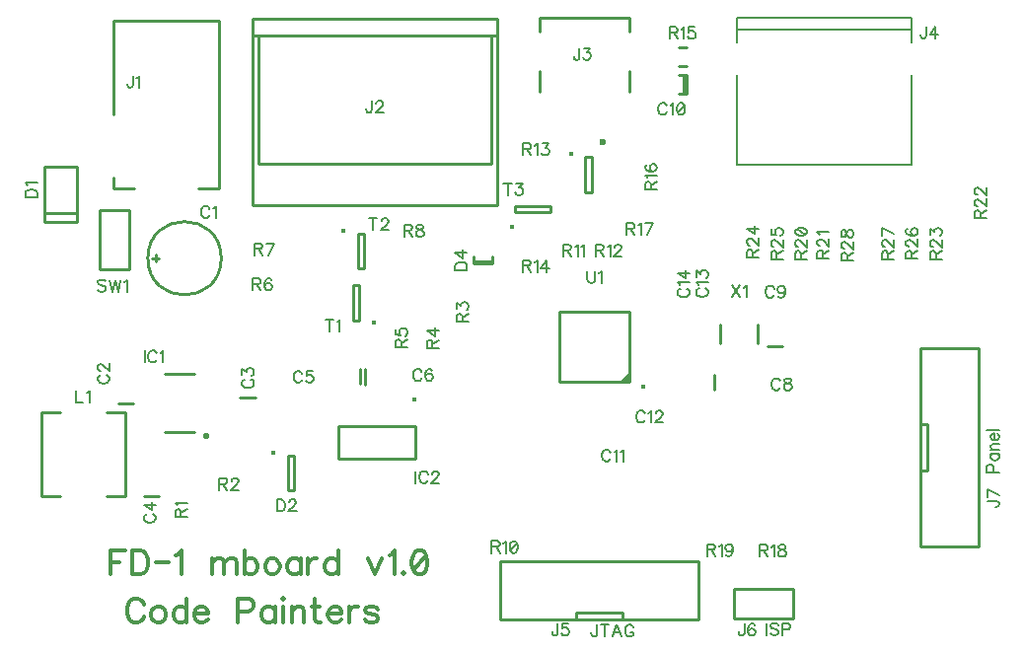
<source format=gbr>
G04 DipTrace 2.4.0.1*
%INmainboard_TopSilk.gbr*%
%MOIN*%
%ADD10C,0.0098*%
%ADD29C,0.0236*%
%ADD40C,0.0154*%
%ADD45C,0.0213*%
%ADD56C,0.0079*%
%ADD66C,0.0158*%
%ADD147C,0.0062*%
%ADD148C,0.0124*%
%FSLAX44Y44*%
G04*
G70*
G90*
G75*
G01*
%LNTopSilk*%
%LPD*%
X10795Y16813D2*
D10*
G02X10795Y16813I-1240J0D01*
G01*
X8570Y16695D2*
Y16931D1*
X8452Y16813D2*
X8689D1*
X7819Y11899D2*
X7307D1*
X11431Y12101D2*
X11943D1*
X8693Y8773D2*
X8181D1*
X15476Y13068D2*
Y12556D1*
X15649Y12555D2*
Y13067D1*
X27461Y12369D2*
Y12880D1*
X29755Y13836D2*
X29244D1*
X26429Y23002D2*
Y22372D1*
X26504Y23002D2*
Y22372D1*
Y23002D2*
X26268D1*
X26504Y22372D2*
X26268D1*
X5926Y18042D2*
X4823D1*
Y18063D2*
Y19914D1*
X5926Y18341D2*
X4823D1*
X5926Y19914D2*
X4823D1*
X5926Y18063D2*
Y19914D1*
D40*
X12541Y10246D3*
X13042Y10154D2*
D10*
Y8973D1*
X13239D1*
Y10154D1*
X13042D1*
X19323Y16633D2*
Y16869D1*
X19952Y16633D2*
Y16869D1*
Y16707D2*
X19323D1*
X19952Y16633D2*
X19323D1*
X23084Y20232D2*
Y19051D1*
X23320D1*
Y20232D1*
X23084D1*
D40*
X22622Y20324D3*
X8894Y10951D2*
D10*
X9894D1*
X8894Y12919D2*
X9894D1*
D45*
X10287Y10793D3*
D40*
X17334Y12036D3*
X17344Y11144D2*
D10*
X14746D1*
X17344Y10041D2*
X14746D1*
Y11144D2*
Y10041D1*
X17344Y11144D2*
Y10041D1*
X7165Y21681D2*
Y24831D1*
X10709D1*
Y19161D1*
X10020D1*
X7854D2*
X7165D1*
Y19555D1*
X20118Y24921D2*
X11850D1*
X20118D2*
Y18622D1*
X11850D1*
Y24921D1*
X19921Y24331D2*
Y20000D1*
X12047D1*
Y24331D1*
X20118D2*
X11850D1*
X34409Y13771D2*
X36377D1*
Y7078D1*
X34409D1*
Y13771D1*
Y11212D2*
X34645D1*
Y9638D1*
X34409D2*
X34645D1*
X34113Y19961D2*
D56*
X28208D1*
X34113Y24941D2*
X28208D1*
X34113Y24094D2*
Y24941D1*
X28208Y24094D2*
Y24941D1*
X34113Y24547D2*
X28208D1*
Y19961D2*
Y23012D1*
X34113Y19961D2*
Y23012D1*
X20230Y4597D2*
D10*
X26923D1*
Y6565D1*
X20230D1*
Y4597D1*
X22789D2*
Y4833D1*
X24363D1*
Y4597D2*
Y4833D1*
X28127Y4625D2*
X30127D1*
Y5625D1*
X28127D1*
Y4625D1*
X24573Y23129D2*
Y22442D1*
X21541Y23129D2*
Y22442D1*
X24573Y24459D2*
Y24955D1*
X21541D1*
Y24459D1*
D29*
X23687Y20739D3*
X6912Y11594D2*
D10*
X7542D1*
Y8760D2*
X6912D1*
X7542Y11594D2*
Y8760D1*
X5337Y11594D2*
X4707D1*
X5337Y8760D2*
X4707D1*
Y11594D2*
Y8760D1*
X26504Y23939D2*
X26268D1*
X26504Y23310D2*
X26268D1*
X6687Y18437D2*
X7687D1*
Y16437D1*
X6687D1*
Y18437D1*
D40*
X15959Y14629D3*
X15458Y14721D2*
D10*
Y15902D1*
X15261D1*
Y14721D1*
X15458D1*
D40*
X14915Y17745D3*
X15416Y17653D2*
D10*
Y16472D1*
X15613D1*
Y17653D1*
X15416D1*
D40*
X20630Y17884D3*
X20722Y18386D2*
D10*
X21904D1*
Y18583D1*
X20722D1*
Y18386D1*
X24590Y12651D2*
X22227D1*
Y15013D1*
X24590D1*
Y12651D1*
G36*
D2*
Y12966D1*
X24275Y12651D1*
X24590D1*
G37*
D66*
X25062Y12474D3*
X28927Y13937D2*
D10*
Y14562D1*
X27667D2*
Y13937D1*
X10401Y18481D2*
D147*
X10382Y18519D1*
X10344Y18558D1*
X10306Y18577D1*
X10229D1*
X10191Y18558D1*
X10153Y18519D1*
X10133Y18481D1*
X10114Y18424D1*
Y18328D1*
X10133Y18271D1*
X10153Y18232D1*
X10191Y18194D1*
X10229Y18175D1*
X10306D1*
X10344Y18194D1*
X10382Y18232D1*
X10401Y18271D1*
X10525Y18500D2*
X10563Y18519D1*
X10620Y18576D1*
Y18175D1*
X6715Y12868D2*
X6677Y12849D1*
X6638Y12811D1*
X6619Y12773D1*
Y12696D1*
X6638Y12658D1*
X6677Y12620D1*
X6715Y12600D1*
X6772Y12581D1*
X6868D1*
X6925Y12600D1*
X6964Y12620D1*
X7002Y12658D1*
X7021Y12696D1*
Y12773D1*
X7002Y12811D1*
X6964Y12849D1*
X6925Y12868D1*
X6715Y13011D2*
X6696D1*
X6658Y13030D1*
X6639Y13049D1*
X6620Y13088D1*
Y13164D1*
X6639Y13202D1*
X6658Y13221D1*
X6696Y13241D1*
X6734D1*
X6773Y13221D1*
X6830Y13183D1*
X7021Y12992D1*
Y13260D1*
X11589Y12715D2*
X11551Y12696D1*
X11513Y12657D1*
X11494Y12619D1*
Y12543D1*
X11513Y12504D1*
X11551Y12466D1*
X11589Y12447D1*
X11647Y12428D1*
X11742D1*
X11799Y12447D1*
X11838Y12466D1*
X11876Y12504D1*
X11895Y12543D1*
Y12619D1*
X11876Y12657D1*
X11838Y12696D1*
X11799Y12715D1*
X11494Y12877D2*
Y13087D1*
X11647Y12972D1*
Y13030D1*
X11666Y13068D1*
X11685Y13087D1*
X11742Y13106D1*
X11780D1*
X11838Y13087D1*
X11876Y13049D1*
X11895Y12991D1*
Y12934D1*
X11876Y12877D1*
X11857Y12858D1*
X11819Y12838D1*
X8277Y8170D2*
X8238Y8151D1*
X8200Y8113D1*
X8181Y8075D1*
Y7998D1*
X8200Y7960D1*
X8238Y7922D1*
X8277Y7902D1*
X8334Y7883D1*
X8430D1*
X8487Y7902D1*
X8525Y7922D1*
X8563Y7960D1*
X8583Y7998D1*
Y8075D1*
X8563Y8113D1*
X8525Y8151D1*
X8487Y8170D1*
X8583Y8485D2*
X8181D1*
X8449Y8294D1*
Y8581D1*
X13527Y12910D2*
X13508Y12948D1*
X13469Y12986D1*
X13431Y13005D1*
X13355D1*
X13316Y12986D1*
X13278Y12948D1*
X13259Y12910D1*
X13240Y12853D1*
Y12757D1*
X13259Y12700D1*
X13278Y12661D1*
X13316Y12623D1*
X13355Y12604D1*
X13431D1*
X13469Y12623D1*
X13508Y12661D1*
X13527Y12700D1*
X13880Y13005D2*
X13689D1*
X13670Y12833D1*
X13689Y12852D1*
X13746Y12872D1*
X13803D1*
X13861Y12852D1*
X13899Y12814D1*
X13918Y12757D1*
Y12719D1*
X13899Y12661D1*
X13861Y12623D1*
X13803Y12604D1*
X13746D1*
X13689Y12623D1*
X13670Y12642D1*
X13650Y12680D1*
X17566Y12972D2*
X17547Y13010D1*
X17508Y13048D1*
X17470Y13067D1*
X17394D1*
X17355Y13048D1*
X17317Y13010D1*
X17298Y12972D1*
X17279Y12914D1*
Y12818D1*
X17298Y12761D1*
X17317Y12723D1*
X17355Y12685D1*
X17394Y12665D1*
X17470D1*
X17508Y12685D1*
X17547Y12723D1*
X17566Y12761D1*
X17919Y13010D2*
X17900Y13048D1*
X17842Y13067D1*
X17804D1*
X17747Y13048D1*
X17708Y12990D1*
X17689Y12895D1*
Y12799D1*
X17708Y12723D1*
X17747Y12684D1*
X17804Y12665D1*
X17823D1*
X17880Y12684D1*
X17919Y12723D1*
X17938Y12780D1*
Y12799D1*
X17919Y12857D1*
X17880Y12895D1*
X17823Y12914D1*
X17804D1*
X17747Y12895D1*
X17708Y12857D1*
X17689Y12799D1*
X29680Y12660D2*
X29661Y12698D1*
X29623Y12736D1*
X29585Y12755D1*
X29508D1*
X29470Y12736D1*
X29432Y12698D1*
X29412Y12660D1*
X29393Y12603D1*
Y12507D1*
X29412Y12450D1*
X29432Y12411D1*
X29470Y12373D1*
X29508Y12354D1*
X29585D1*
X29623Y12373D1*
X29661Y12411D1*
X29680Y12450D1*
X29899Y12755D2*
X29842Y12736D1*
X29823Y12698D1*
Y12660D1*
X29842Y12622D1*
X29880Y12602D1*
X29957Y12583D1*
X30014Y12564D1*
X30052Y12526D1*
X30071Y12488D1*
Y12430D1*
X30052Y12392D1*
X30033Y12373D1*
X29976Y12354D1*
X29899D1*
X29842Y12373D1*
X29823Y12392D1*
X29804Y12430D1*
Y12488D1*
X29823Y12526D1*
X29861Y12564D1*
X29918Y12583D1*
X29995Y12602D1*
X30033Y12622D1*
X30052Y12660D1*
Y12698D1*
X30033Y12736D1*
X29976Y12755D1*
X29899D1*
X29474Y15785D2*
X29455Y15823D1*
X29417Y15862D1*
X29379Y15881D1*
X29302D1*
X29264Y15862D1*
X29226Y15823D1*
X29206Y15785D1*
X29187Y15728D1*
Y15632D1*
X29206Y15575D1*
X29226Y15536D1*
X29264Y15498D1*
X29302Y15479D1*
X29379D1*
X29417Y15498D1*
X29455Y15536D1*
X29474Y15575D1*
X29846Y15747D2*
X29827Y15689D1*
X29789Y15651D1*
X29732Y15632D1*
X29712D1*
X29655Y15651D1*
X29617Y15689D1*
X29598Y15747D1*
Y15766D1*
X29617Y15823D1*
X29655Y15861D1*
X29712Y15880D1*
X29732D1*
X29789Y15861D1*
X29827Y15823D1*
X29846Y15747D1*
Y15651D1*
X29827Y15555D1*
X29789Y15498D1*
X29732Y15479D1*
X29693D1*
X29636Y15498D1*
X29617Y15536D1*
X25849Y21969D2*
X25830Y22007D1*
X25791Y22045D1*
X25753Y22064D1*
X25677D1*
X25638Y22045D1*
X25600Y22007D1*
X25581Y21969D1*
X25562Y21911D1*
Y21816D1*
X25581Y21758D1*
X25600Y21720D1*
X25638Y21682D1*
X25677Y21663D1*
X25753D1*
X25791Y21682D1*
X25830Y21720D1*
X25849Y21758D1*
X25972Y21988D2*
X26011Y22007D1*
X26068Y22064D1*
Y21663D1*
X26307Y22064D2*
X26249Y22045D1*
X26211Y21988D1*
X26192Y21892D1*
Y21835D1*
X26211Y21739D1*
X26249Y21682D1*
X26307Y21663D1*
X26345D1*
X26402Y21682D1*
X26440Y21739D1*
X26460Y21835D1*
Y21892D1*
X26440Y21988D1*
X26402Y22045D1*
X26345Y22064D1*
X26307D1*
X26440Y21988D2*
X26211Y21739D1*
X23948Y10250D2*
X23929Y10288D1*
X23890Y10326D1*
X23852Y10345D1*
X23776D1*
X23737Y10326D1*
X23699Y10288D1*
X23680Y10250D1*
X23661Y10192D1*
Y10096D1*
X23680Y10039D1*
X23699Y10001D1*
X23737Y9963D1*
X23776Y9943D1*
X23852D1*
X23890Y9963D1*
X23929Y10001D1*
X23948Y10039D1*
X24071Y10268D2*
X24110Y10288D1*
X24167Y10345D1*
Y9943D1*
X24291Y10268D2*
X24329Y10288D1*
X24387Y10345D1*
Y9943D1*
X25112Y11562D2*
X25093Y11600D1*
X25054Y11639D1*
X25016Y11658D1*
X24940D1*
X24901Y11639D1*
X24863Y11600D1*
X24844Y11562D1*
X24825Y11505D1*
Y11409D1*
X24844Y11352D1*
X24863Y11313D1*
X24901Y11275D1*
X24940Y11256D1*
X25016D1*
X25054Y11275D1*
X25093Y11313D1*
X25112Y11352D1*
X25235Y11581D2*
X25274Y11600D1*
X25331Y11657D1*
Y11256D1*
X25474Y11562D2*
Y11581D1*
X25493Y11619D1*
X25512Y11638D1*
X25551Y11657D1*
X25627D1*
X25665Y11638D1*
X25684Y11619D1*
X25704Y11581D1*
Y11543D1*
X25684Y11504D1*
X25646Y11447D1*
X25455Y11256D1*
X25723D1*
X26940Y15798D2*
X26902Y15779D1*
X26863Y15741D1*
X26844Y15703D1*
Y15626D1*
X26863Y15588D1*
X26902Y15550D1*
X26940Y15530D1*
X26997Y15511D1*
X27093D1*
X27150Y15530D1*
X27189Y15550D1*
X27227Y15588D1*
X27246Y15626D1*
Y15703D1*
X27227Y15741D1*
X27189Y15779D1*
X27150Y15798D1*
X26921Y15922D2*
X26902Y15960D1*
X26845Y16018D1*
X27246D1*
X26845Y16180D2*
Y16390D1*
X26998Y16275D1*
Y16333D1*
X27017Y16371D1*
X27036Y16390D1*
X27093Y16409D1*
X27131D1*
X27189Y16390D1*
X27227Y16352D1*
X27246Y16294D1*
Y16237D1*
X27227Y16180D1*
X27208Y16161D1*
X27170Y16141D1*
X26312Y15788D2*
X26274Y15769D1*
X26236Y15730D1*
X26217Y15692D1*
Y15616D1*
X26236Y15577D1*
X26274Y15539D1*
X26312Y15520D1*
X26370Y15501D1*
X26466D1*
X26523Y15520D1*
X26561Y15539D1*
X26599Y15577D1*
X26619Y15616D1*
Y15692D1*
X26599Y15730D1*
X26561Y15769D1*
X26523Y15788D1*
X26294Y15911D2*
X26274Y15950D1*
X26217Y16007D1*
X26619D1*
Y16322D2*
X26217D1*
X26485Y16131D1*
Y16418D1*
X4175Y18870D2*
X4577D1*
Y19004D1*
X4558Y19061D1*
X4520Y19100D1*
X4481Y19119D1*
X4424Y19138D1*
X4328D1*
X4271Y19119D1*
X4233Y19100D1*
X4194Y19061D1*
X4175Y19004D1*
Y18870D1*
X4252Y19261D2*
X4233Y19300D1*
X4176Y19357D1*
X4577D1*
X12677Y8659D2*
Y8257D1*
X12811D1*
X12869Y8276D1*
X12907Y8314D1*
X12926Y8353D1*
X12945Y8410D1*
Y8506D1*
X12926Y8563D1*
X12907Y8601D1*
X12869Y8640D1*
X12811Y8659D1*
X12677D1*
X13088Y8563D2*
Y8582D1*
X13107Y8620D1*
X13126Y8639D1*
X13165Y8658D1*
X13241D1*
X13279Y8639D1*
X13298Y8620D1*
X13318Y8582D1*
Y8544D1*
X13298Y8505D1*
X13260Y8448D1*
X13069Y8257D1*
X13337D1*
X18697Y16412D2*
X19099D1*
Y16546D1*
X19080Y16603D1*
X19042Y16642D1*
X19003Y16661D1*
X18946Y16680D1*
X18850D1*
X18793Y16661D1*
X18755Y16642D1*
X18716Y16603D1*
X18697Y16546D1*
Y16412D1*
X19099Y16995D2*
X18698D1*
X18965Y16803D1*
Y17090D1*
X8204Y13693D2*
Y13291D1*
X8614Y13597D2*
X8595Y13635D1*
X8557Y13674D1*
X8519Y13693D1*
X8442D1*
X8404Y13674D1*
X8366Y13635D1*
X8346Y13597D1*
X8327Y13540D1*
Y13444D1*
X8346Y13387D1*
X8366Y13348D1*
X8404Y13310D1*
X8442Y13291D1*
X8519D1*
X8557Y13310D1*
X8595Y13348D1*
X8614Y13387D1*
X8738Y13616D2*
X8776Y13635D1*
X8834Y13692D1*
Y13291D1*
X17365Y9618D2*
Y9216D1*
X17776Y9522D2*
X17757Y9560D1*
X17718Y9599D1*
X17680Y9618D1*
X17604D1*
X17565Y9599D1*
X17527Y9560D1*
X17508Y9522D1*
X17489Y9465D1*
Y9369D1*
X17508Y9312D1*
X17527Y9273D1*
X17565Y9235D1*
X17604Y9216D1*
X17680D1*
X17718Y9235D1*
X17757Y9273D1*
X17776Y9312D1*
X17919Y9522D2*
Y9541D1*
X17938Y9579D1*
X17957Y9598D1*
X17995Y9617D1*
X18072D1*
X18110Y9598D1*
X18129Y9579D1*
X18148Y9541D1*
Y9503D1*
X18129Y9465D1*
X18091Y9407D1*
X17899Y9216D1*
X18167D1*
X7812Y22979D2*
Y22673D1*
X7793Y22615D1*
X7773Y22596D1*
X7735Y22577D1*
X7697D1*
X7659Y22596D1*
X7640Y22615D1*
X7620Y22673D1*
Y22711D1*
X7935Y22902D2*
X7974Y22921D1*
X8031Y22978D1*
Y22577D1*
X15884Y22131D2*
Y21825D1*
X15865Y21768D1*
X15846Y21749D1*
X15808Y21729D1*
X15769D1*
X15731Y21749D1*
X15712Y21768D1*
X15693Y21825D1*
Y21863D1*
X16027Y22035D2*
Y22054D1*
X16046Y22093D1*
X16065Y22112D1*
X16104Y22131D1*
X16180D1*
X16218Y22112D1*
X16237Y22093D1*
X16257Y22054D1*
Y22016D1*
X16237Y21978D1*
X16199Y21921D1*
X16008Y21729D1*
X16276D1*
X36683Y8608D2*
X36989D1*
X37046Y8589D1*
X37065Y8570D1*
X37085Y8532D1*
Y8493D1*
X37065Y8455D1*
X37046Y8436D1*
X36989Y8417D1*
X36951D1*
X37085Y8808D2*
X36683Y9000D1*
Y8732D1*
X36879Y9584D2*
Y9756D1*
X36860Y9813D1*
X36840Y9833D1*
X36802Y9852D1*
X36745D1*
X36707Y9833D1*
X36687Y9813D1*
X36668Y9756D1*
Y9584D1*
X37070D1*
X36802Y10205D2*
X37070D1*
X36860D2*
X36821Y10167D1*
X36802Y10128D1*
Y10071D1*
X36821Y10033D1*
X36860Y9995D1*
X36917Y9975D1*
X36955D1*
X37013Y9995D1*
X37051Y10033D1*
X37070Y10071D1*
Y10128D1*
X37051Y10167D1*
X37013Y10205D1*
X36802Y10328D2*
X37070D1*
X36879D2*
X36821Y10386D1*
X36802Y10424D1*
Y10481D1*
X36821Y10520D1*
X36879Y10539D1*
X37070D1*
X36917Y10662D2*
Y10892D1*
X36879D1*
X36840Y10873D1*
X36821Y10854D1*
X36802Y10815D1*
Y10758D1*
X36821Y10720D1*
X36860Y10681D1*
X36917Y10662D1*
X36955D1*
X37013Y10681D1*
X37051Y10720D1*
X37070Y10758D1*
Y10815D1*
X37051Y10854D1*
X37013Y10892D1*
X36668Y11015D2*
X37070D1*
X34614Y24652D2*
Y24346D1*
X34595Y24288D1*
X34575Y24269D1*
X34537Y24250D1*
X34499D1*
X34461Y24269D1*
X34442Y24288D1*
X34422Y24346D1*
Y24384D1*
X34929Y24250D2*
Y24651D1*
X34737Y24384D1*
X35024D1*
X22164Y4463D2*
Y4157D1*
X22145Y4100D1*
X22125Y4081D1*
X22087Y4061D1*
X22049D1*
X22011Y4081D1*
X21992Y4100D1*
X21972Y4157D1*
Y4195D1*
X22517Y4463D2*
X22326D1*
X22307Y4291D1*
X22326Y4310D1*
X22383Y4329D1*
X22440D1*
X22498Y4310D1*
X22536Y4272D1*
X22555Y4214D1*
Y4176D1*
X22536Y4119D1*
X22498Y4080D1*
X22440Y4061D1*
X22383D1*
X22326Y4080D1*
X22307Y4100D1*
X22287Y4138D1*
X23494Y4431D2*
Y4125D1*
X23475Y4067D1*
X23455Y4048D1*
X23417Y4029D1*
X23379D1*
X23341Y4048D1*
X23322Y4067D1*
X23302Y4125D1*
Y4163D1*
X23751Y4431D2*
Y4029D1*
X23617Y4431D2*
X23885D1*
X24315Y4029D2*
X24162Y4431D1*
X24009Y4029D1*
X24066Y4163D2*
X24257D1*
X24725Y4335D2*
X24706Y4373D1*
X24668Y4412D1*
X24630Y4431D1*
X24553D1*
X24515Y4412D1*
X24477Y4373D1*
X24457Y4335D1*
X24438Y4278D1*
Y4182D1*
X24457Y4125D1*
X24477Y4086D1*
X24515Y4048D1*
X24553Y4029D1*
X24630D1*
X24668Y4048D1*
X24706Y4086D1*
X24725Y4125D1*
Y4182D1*
X24630D1*
X28474Y4460D2*
Y4154D1*
X28455Y4097D1*
X28436Y4078D1*
X28398Y4058D1*
X28359D1*
X28321Y4078D1*
X28302Y4097D1*
X28283Y4154D1*
Y4192D1*
X28827Y4403D2*
X28808Y4441D1*
X28751Y4460D1*
X28713D1*
X28655Y4441D1*
X28617Y4383D1*
X28598Y4288D1*
Y4192D1*
X28617Y4116D1*
X28655Y4077D1*
X28713Y4058D1*
X28732D1*
X28789Y4077D1*
X28827Y4116D1*
X28846Y4173D1*
Y4192D1*
X28827Y4250D1*
X28789Y4288D1*
X28732Y4307D1*
X28713D1*
X28655Y4288D1*
X28617Y4250D1*
X28598Y4192D1*
X29236Y4475D2*
Y4073D1*
X29627Y4417D2*
X29589Y4456D1*
X29532Y4475D1*
X29455D1*
X29398Y4456D1*
X29359Y4417D1*
Y4379D1*
X29379Y4341D1*
X29398Y4322D1*
X29436Y4303D1*
X29551Y4264D1*
X29589Y4245D1*
X29608Y4226D1*
X29627Y4188D1*
Y4130D1*
X29589Y4092D1*
X29532Y4073D1*
X29455D1*
X29398Y4092D1*
X29359Y4130D1*
X29751Y4264D2*
X29923D1*
X29980Y4283D1*
X30000Y4303D1*
X30019Y4341D1*
Y4398D1*
X30000Y4436D1*
X29980Y4456D1*
X29923Y4475D1*
X29751D1*
Y4073D1*
X22895Y23916D2*
Y23610D1*
X22876Y23552D1*
X22856Y23533D1*
X22818Y23514D1*
X22780D1*
X22742Y23533D1*
X22723Y23552D1*
X22703Y23610D1*
Y23648D1*
X23057Y23915D2*
X23267D1*
X23152Y23762D1*
X23210D1*
X23248Y23743D1*
X23267Y23724D1*
X23286Y23667D1*
Y23629D1*
X23267Y23571D1*
X23229Y23533D1*
X23171Y23514D1*
X23114D1*
X23057Y23533D1*
X23038Y23552D1*
X23018Y23590D1*
X5900Y12338D2*
Y11936D1*
X6130D1*
X6253Y12261D2*
X6291Y12280D1*
X6349Y12337D1*
Y11936D1*
X9435Y8067D2*
Y8239D1*
X9416Y8297D1*
X9397Y8316D1*
X9358Y8335D1*
X9320D1*
X9282Y8316D1*
X9263Y8297D1*
X9244Y8239D1*
Y8067D1*
X9645D1*
X9435Y8201D2*
X9645Y8335D1*
X9320Y8459D2*
X9301Y8497D1*
X9244Y8555D1*
X9645D1*
X10731Y9189D2*
X10903D1*
X10961Y9208D1*
X10980Y9227D1*
X10999Y9265D1*
Y9304D1*
X10980Y9342D1*
X10961Y9361D1*
X10903Y9380D1*
X10731D1*
Y8978D1*
X10865Y9189D2*
X10999Y8978D1*
X11142Y9284D2*
Y9303D1*
X11161Y9342D1*
X11180Y9361D1*
X11219Y9380D1*
X11295D1*
X11333Y9361D1*
X11352Y9342D1*
X11372Y9303D1*
Y9265D1*
X11352Y9227D1*
X11314Y9170D1*
X11123Y8978D1*
X11391D1*
X18938Y14671D2*
Y14843D1*
X18918Y14900D1*
X18899Y14920D1*
X18861Y14939D1*
X18823D1*
X18785Y14920D1*
X18765Y14900D1*
X18746Y14843D1*
Y14671D1*
X19148D1*
X18938Y14805D2*
X19148Y14939D1*
X18747Y15101D2*
Y15311D1*
X18900Y15196D1*
Y15254D1*
X18919Y15292D1*
X18938Y15311D1*
X18995Y15330D1*
X19033D1*
X19091Y15311D1*
X19129Y15273D1*
X19148Y15215D1*
Y15158D1*
X19129Y15101D1*
X19110Y15082D1*
X19072Y15062D1*
X17936Y13785D2*
Y13957D1*
X17917Y14015D1*
X17898Y14034D1*
X17860Y14053D1*
X17821D1*
X17783Y14034D1*
X17764Y14015D1*
X17745Y13957D1*
Y13785D1*
X18147D1*
X17936Y13919D2*
X18147Y14053D1*
Y14368D2*
X17745D1*
X18013Y14177D1*
Y14464D1*
X16874Y13795D2*
Y13967D1*
X16854Y14024D1*
X16835Y14044D1*
X16797Y14063D1*
X16759D1*
X16721Y14044D1*
X16701Y14024D1*
X16682Y13967D1*
Y13795D1*
X17084D1*
X16874Y13929D2*
X17084Y14063D1*
X16683Y14416D2*
Y14225D1*
X16855Y14206D1*
X16836Y14225D1*
X16816Y14282D1*
Y14339D1*
X16836Y14397D1*
X16874Y14435D1*
X16931Y14454D1*
X16969D1*
X17027Y14435D1*
X17065Y14397D1*
X17084Y14339D1*
Y14282D1*
X17065Y14225D1*
X17046Y14206D1*
X17008Y14186D1*
X11868Y15939D2*
X12040D1*
X12097Y15958D1*
X12117Y15978D1*
X12136Y16016D1*
Y16054D1*
X12117Y16092D1*
X12097Y16111D1*
X12040Y16130D1*
X11868D1*
Y15729D1*
X12002Y15939D2*
X12136Y15729D1*
X12489Y16073D2*
X12470Y16111D1*
X12412Y16130D1*
X12374D1*
X12317Y16111D1*
X12278Y16054D1*
X12259Y15958D1*
Y15863D1*
X12278Y15786D1*
X12317Y15748D1*
X12374Y15729D1*
X12393D1*
X12450Y15748D1*
X12489Y15786D1*
X12508Y15844D1*
Y15863D1*
X12489Y15920D1*
X12450Y15958D1*
X12393Y15977D1*
X12374D1*
X12317Y15958D1*
X12278Y15920D1*
X12259Y15863D1*
X11919Y17127D2*
X12091D1*
X12148Y17146D1*
X12168Y17165D1*
X12187Y17203D1*
Y17242D1*
X12168Y17280D1*
X12148Y17299D1*
X12091Y17318D1*
X11919D1*
Y16916D1*
X12053Y17127D2*
X12187Y16916D1*
X12387D2*
X12578Y17318D1*
X12310D1*
X16982Y17752D2*
X17154D1*
X17211Y17771D1*
X17230Y17790D1*
X17249Y17828D1*
Y17867D1*
X17230Y17905D1*
X17211Y17924D1*
X17154Y17943D1*
X16982D1*
Y17541D1*
X17116Y17752D2*
X17249Y17541D1*
X17469Y17943D2*
X17411Y17924D1*
X17392Y17886D1*
Y17847D1*
X17411Y17809D1*
X17449Y17790D1*
X17526Y17771D1*
X17583Y17752D1*
X17621Y17713D1*
X17641Y17675D1*
Y17618D1*
X17621Y17580D1*
X17602Y17560D1*
X17545Y17541D1*
X17469D1*
X17411Y17560D1*
X17392Y17580D1*
X17373Y17618D1*
Y17675D1*
X17392Y17713D1*
X17430Y17752D1*
X17488Y17771D1*
X17564Y17790D1*
X17602Y17809D1*
X17621Y17847D1*
Y17886D1*
X17602Y17924D1*
X17545Y17943D1*
X17469D1*
X19936Y7064D2*
X20108D1*
X20165Y7084D1*
X20185Y7103D1*
X20204Y7141D1*
Y7179D1*
X20185Y7217D1*
X20165Y7237D1*
X20108Y7256D1*
X19936D1*
Y6854D1*
X20070Y7064D2*
X20204Y6854D1*
X20327Y7179D2*
X20366Y7198D1*
X20423Y7255D1*
Y6854D1*
X20662Y7255D2*
X20604Y7236D1*
X20566Y7179D1*
X20547Y7083D1*
Y7026D1*
X20566Y6930D1*
X20604Y6873D1*
X20662Y6854D1*
X20700D1*
X20757Y6873D1*
X20795Y6930D1*
X20815Y7026D1*
Y7083D1*
X20795Y7179D1*
X20757Y7236D1*
X20700Y7255D1*
X20662D1*
X20795Y7179D2*
X20566Y6930D1*
X22351Y17080D2*
X22523D1*
X22580Y17100D1*
X22600Y17119D1*
X22619Y17157D1*
Y17195D1*
X22600Y17233D1*
X22580Y17253D1*
X22523Y17272D1*
X22351D1*
Y16870D1*
X22485Y17080D2*
X22619Y16870D1*
X22742Y17195D2*
X22781Y17214D1*
X22838Y17271D1*
Y16870D1*
X22962Y17195D2*
X23000Y17214D1*
X23058Y17271D1*
Y16870D1*
X23452Y17080D2*
X23624D1*
X23682Y17100D1*
X23701Y17119D1*
X23720Y17157D1*
Y17195D1*
X23701Y17233D1*
X23682Y17253D1*
X23624Y17272D1*
X23452D1*
Y16870D1*
X23586Y17080D2*
X23720Y16870D1*
X23844Y17195D2*
X23882Y17214D1*
X23940Y17271D1*
Y16870D1*
X24083Y17176D2*
Y17195D1*
X24102Y17233D1*
X24121Y17252D1*
X24159Y17271D1*
X24236D1*
X24274Y17252D1*
X24293Y17233D1*
X24312Y17195D1*
Y17157D1*
X24293Y17118D1*
X24255Y17061D1*
X24063Y16870D1*
X24331D1*
X20998Y20503D2*
X21170D1*
X21227Y20522D1*
X21247Y20541D1*
X21266Y20579D1*
Y20618D1*
X21247Y20656D1*
X21227Y20675D1*
X21170Y20694D1*
X20998D1*
Y20292D1*
X21132Y20503D2*
X21266Y20292D1*
X21389Y20617D2*
X21428Y20637D1*
X21485Y20694D1*
Y20292D1*
X21647Y20694D2*
X21857D1*
X21742Y20541D1*
X21800D1*
X21838Y20522D1*
X21857Y20503D1*
X21876Y20445D1*
Y20407D1*
X21857Y20350D1*
X21819Y20311D1*
X21761Y20292D1*
X21704D1*
X21647Y20311D1*
X21628Y20331D1*
X21608Y20369D1*
X20987Y16564D2*
X21159D1*
X21217Y16583D1*
X21236Y16602D1*
X21255Y16640D1*
Y16679D1*
X21236Y16717D1*
X21217Y16736D1*
X21159Y16755D1*
X20987D1*
Y16354D1*
X21121Y16564D2*
X21255Y16354D1*
X21379Y16678D2*
X21417Y16698D1*
X21474Y16755D1*
Y16354D1*
X21789D2*
Y16755D1*
X21598Y16487D1*
X21885D1*
X25946Y24436D2*
X26118D1*
X26176Y24455D1*
X26195Y24474D1*
X26214Y24512D1*
Y24551D1*
X26195Y24589D1*
X26176Y24608D1*
X26118Y24627D1*
X25946D1*
Y24225D1*
X26080Y24436D2*
X26214Y24225D1*
X26338Y24550D2*
X26376Y24570D1*
X26434Y24627D1*
Y24225D1*
X26787Y24627D2*
X26596D1*
X26577Y24455D1*
X26596Y24474D1*
X26653Y24493D1*
X26710D1*
X26768Y24474D1*
X26806Y24436D1*
X26825Y24378D1*
Y24340D1*
X26806Y24283D1*
X26768Y24244D1*
X26710Y24225D1*
X26653D1*
X26596Y24244D1*
X26577Y24264D1*
X26557Y24302D1*
X25310Y19133D2*
Y19305D1*
X25291Y19363D1*
X25272Y19382D1*
X25234Y19401D1*
X25195D1*
X25157Y19382D1*
X25138Y19363D1*
X25119Y19305D1*
Y19133D1*
X25521D1*
X25310Y19267D2*
X25521Y19401D1*
X25196Y19525D2*
X25176Y19563D1*
X25119Y19621D1*
X25521D1*
X25176Y19974D2*
X25138Y19955D1*
X25119Y19897D1*
Y19859D1*
X25138Y19802D1*
X25196Y19763D1*
X25291Y19744D1*
X25387D1*
X25463Y19763D1*
X25502Y19802D1*
X25521Y19859D1*
Y19878D1*
X25502Y19935D1*
X25463Y19974D1*
X25406Y19993D1*
X25387D1*
X25329Y19974D1*
X25291Y19935D1*
X25272Y19878D1*
Y19859D1*
X25291Y19802D1*
X25329Y19763D1*
X25387Y19744D1*
X24498Y17813D2*
X24670D1*
X24727Y17832D1*
X24747Y17851D1*
X24766Y17889D1*
Y17928D1*
X24747Y17966D1*
X24727Y17985D1*
X24670Y18004D1*
X24498D1*
Y17603D1*
X24632Y17813D2*
X24766Y17603D1*
X24889Y17927D2*
X24928Y17947D1*
X24985Y18004D1*
Y17603D1*
X25185D2*
X25376Y18004D1*
X25108D1*
X29001Y6939D2*
X29173D1*
X29231Y6959D1*
X29250Y6978D1*
X29269Y7016D1*
Y7054D1*
X29250Y7092D1*
X29231Y7112D1*
X29173Y7131D1*
X29001D1*
Y6729D1*
X29135Y6939D2*
X29269Y6729D1*
X29393Y7054D2*
X29431Y7073D1*
X29489Y7130D1*
Y6729D1*
X29708Y7130D2*
X29651Y7111D1*
X29631Y7073D1*
Y7035D1*
X29651Y6997D1*
X29689Y6977D1*
X29765Y6958D1*
X29823Y6939D1*
X29861Y6901D1*
X29880Y6863D1*
Y6805D1*
X29861Y6767D1*
X29842Y6748D1*
X29784Y6729D1*
X29708D1*
X29651Y6748D1*
X29631Y6767D1*
X29612Y6805D1*
Y6863D1*
X29631Y6901D1*
X29670Y6939D1*
X29727Y6958D1*
X29803Y6977D1*
X29842Y6997D1*
X29861Y7035D1*
Y7073D1*
X29842Y7111D1*
X29784Y7130D1*
X29708D1*
X27215Y6957D2*
X27387D1*
X27445Y6976D1*
X27464Y6995D1*
X27483Y7033D1*
Y7072D1*
X27464Y7110D1*
X27445Y7129D1*
X27387Y7148D1*
X27215D1*
Y6746D1*
X27349Y6957D2*
X27483Y6746D1*
X27607Y7071D2*
X27645Y7091D1*
X27703Y7148D1*
Y6746D1*
X28075Y7014D2*
X28056Y6957D1*
X28018Y6918D1*
X27960Y6899D1*
X27941D1*
X27884Y6918D1*
X27846Y6957D1*
X27826Y7014D1*
Y7033D1*
X27846Y7091D1*
X27884Y7129D1*
X27941Y7148D1*
X27960D1*
X28018Y7129D1*
X28056Y7091D1*
X28075Y7014D1*
Y6918D1*
X28056Y6823D1*
X28018Y6765D1*
X27960Y6746D1*
X27922D1*
X27865Y6765D1*
X27846Y6804D1*
X30375Y16789D2*
Y16961D1*
X30356Y17018D1*
X30337Y17038D1*
X30299Y17057D1*
X30260D1*
X30222Y17038D1*
X30203Y17018D1*
X30184Y16961D1*
Y16789D1*
X30586D1*
X30375Y16923D2*
X30586Y17057D1*
X30280Y17200D2*
X30261D1*
X30222Y17219D1*
X30203Y17238D1*
X30184Y17276D1*
Y17353D1*
X30203Y17391D1*
X30222Y17410D1*
X30261Y17429D1*
X30299D1*
X30337Y17410D1*
X30394Y17372D1*
X30586Y17180D1*
Y17448D1*
X30184Y17687D2*
X30203Y17629D1*
X30261Y17591D1*
X30356Y17572D1*
X30414D1*
X30509Y17591D1*
X30567Y17629D1*
X30586Y17687D1*
Y17725D1*
X30567Y17782D1*
X30509Y17820D1*
X30414Y17840D1*
X30356D1*
X30261Y17820D1*
X30203Y17782D1*
X30184Y17725D1*
Y17687D1*
X30261Y17820D2*
X30509Y17591D1*
X31125Y16812D2*
Y16984D1*
X31106Y17042D1*
X31087Y17061D1*
X31049Y17080D1*
X31010D1*
X30972Y17061D1*
X30953Y17042D1*
X30934Y16984D1*
Y16812D1*
X31336D1*
X31125Y16946D2*
X31336Y17080D1*
X31030Y17223D2*
X31011D1*
X30972Y17242D1*
X30953Y17261D1*
X30934Y17300D1*
Y17376D1*
X30953Y17414D1*
X30972Y17433D1*
X31011Y17453D1*
X31049D1*
X31087Y17433D1*
X31144Y17395D1*
X31336Y17204D1*
Y17472D1*
X31011Y17595D2*
X30991Y17634D1*
X30934Y17691D1*
X31336D1*
X36438Y18164D2*
Y18336D1*
X36419Y18394D1*
X36400Y18413D1*
X36362Y18432D1*
X36323D1*
X36285Y18413D1*
X36266Y18394D1*
X36247Y18336D1*
Y18164D1*
X36649D1*
X36438Y18298D2*
X36649Y18432D1*
X36343Y18575D2*
X36324D1*
X36285Y18594D1*
X36266Y18613D1*
X36247Y18652D1*
Y18728D1*
X36266Y18766D1*
X36285Y18785D1*
X36324Y18805D1*
X36362D1*
X36400Y18785D1*
X36457Y18747D1*
X36649Y18556D1*
Y18824D1*
X36343Y18967D2*
X36324D1*
X36285Y18986D1*
X36266Y19005D1*
X36247Y19043D1*
Y19120D1*
X36266Y19158D1*
X36285Y19177D1*
X36324Y19196D1*
X36362D1*
X36400Y19177D1*
X36457Y19139D1*
X36649Y18947D1*
Y19215D1*
X34938Y16789D2*
Y16961D1*
X34919Y17018D1*
X34900Y17038D1*
X34862Y17057D1*
X34823D1*
X34785Y17038D1*
X34766Y17018D1*
X34747Y16961D1*
Y16789D1*
X35149D1*
X34938Y16923D2*
X35149Y17057D1*
X34843Y17200D2*
X34824D1*
X34785Y17219D1*
X34766Y17238D1*
X34747Y17276D1*
Y17353D1*
X34766Y17391D1*
X34785Y17410D1*
X34824Y17429D1*
X34862D1*
X34900Y17410D1*
X34957Y17372D1*
X35149Y17180D1*
Y17448D1*
X34747Y17610D2*
Y17820D1*
X34900Y17706D1*
Y17763D1*
X34919Y17801D1*
X34938Y17820D1*
X34996Y17840D1*
X35034D1*
X35091Y17820D1*
X35130Y17782D1*
X35149Y17725D1*
Y17667D1*
X35130Y17610D1*
X35110Y17591D1*
X35072Y17572D1*
X28750Y16842D2*
Y17014D1*
X28731Y17071D1*
X28712Y17091D1*
X28674Y17110D1*
X28635D1*
X28597Y17091D1*
X28578Y17071D1*
X28559Y17014D1*
Y16842D1*
X28961D1*
X28750Y16976D2*
X28961Y17110D1*
X28655Y17253D2*
X28636D1*
X28597Y17272D1*
X28578Y17291D1*
X28559Y17329D1*
Y17406D1*
X28578Y17444D1*
X28597Y17463D1*
X28636Y17482D1*
X28674D1*
X28712Y17463D1*
X28769Y17425D1*
X28961Y17233D1*
Y17501D1*
Y17816D2*
X28559D1*
X28827Y17625D1*
Y17912D1*
X29563Y16789D2*
Y16961D1*
X29543Y17018D1*
X29524Y17038D1*
X29486Y17057D1*
X29448D1*
X29410Y17038D1*
X29390Y17018D1*
X29371Y16961D1*
Y16789D1*
X29773D1*
X29563Y16923D2*
X29773Y17057D1*
X29467Y17200D2*
X29448D1*
X29410Y17219D1*
X29391Y17238D1*
X29372Y17276D1*
Y17353D1*
X29391Y17391D1*
X29410Y17410D1*
X29448Y17429D1*
X29486D1*
X29525Y17410D1*
X29582Y17372D1*
X29773Y17180D1*
Y17448D1*
X29372Y17801D2*
Y17610D1*
X29544Y17591D1*
X29525Y17610D1*
X29505Y17668D1*
Y17725D1*
X29525Y17782D1*
X29563Y17821D1*
X29620Y17840D1*
X29658D1*
X29716Y17821D1*
X29754Y17782D1*
X29773Y17725D1*
Y17668D1*
X29754Y17610D1*
X29735Y17591D1*
X29697Y17572D1*
X34126Y16799D2*
Y16971D1*
X34106Y17028D1*
X34087Y17048D1*
X34049Y17067D1*
X34011D1*
X33973Y17048D1*
X33953Y17028D1*
X33934Y16971D1*
Y16799D1*
X34336D1*
X34126Y16933D2*
X34336Y17067D1*
X34030Y17210D2*
X34011D1*
X33973Y17229D1*
X33954Y17248D1*
X33935Y17286D1*
Y17363D1*
X33954Y17401D1*
X33973Y17420D1*
X34011Y17439D1*
X34049D1*
X34088Y17420D1*
X34145Y17382D1*
X34336Y17190D1*
Y17458D1*
X33992Y17811D2*
X33954Y17792D1*
X33935Y17735D1*
Y17697D1*
X33954Y17639D1*
X34011Y17601D1*
X34107Y17582D1*
X34202D1*
X34279Y17601D1*
X34317Y17639D1*
X34336Y17697D1*
Y17716D1*
X34317Y17773D1*
X34279Y17811D1*
X34221Y17830D1*
X34202D1*
X34145Y17811D1*
X34107Y17773D1*
X34088Y17716D1*
Y17697D1*
X34107Y17639D1*
X34145Y17601D1*
X34202Y17582D1*
X33313Y16789D2*
Y16961D1*
X33294Y17018D1*
X33275Y17038D1*
X33237Y17057D1*
X33198D1*
X33160Y17038D1*
X33141Y17018D1*
X33122Y16961D1*
Y16789D1*
X33524D1*
X33313Y16923D2*
X33524Y17057D1*
X33218Y17200D2*
X33199D1*
X33160Y17219D1*
X33141Y17238D1*
X33122Y17276D1*
Y17353D1*
X33141Y17391D1*
X33160Y17410D1*
X33199Y17429D1*
X33237D1*
X33275Y17410D1*
X33332Y17372D1*
X33524Y17180D1*
Y17448D1*
Y17648D2*
X33122Y17840D1*
Y17572D1*
X31938Y16727D2*
Y16899D1*
X31918Y16956D1*
X31899Y16976D1*
X31861Y16995D1*
X31823D1*
X31785Y16976D1*
X31765Y16956D1*
X31746Y16899D1*
Y16727D1*
X32148D1*
X31938Y16861D2*
X32148Y16995D1*
X31842Y17138D2*
X31823D1*
X31785Y17157D1*
X31766Y17176D1*
X31747Y17214D1*
Y17291D1*
X31766Y17329D1*
X31785Y17348D1*
X31823Y17367D1*
X31861D1*
X31900Y17348D1*
X31957Y17310D1*
X32148Y17118D1*
Y17386D1*
X31747Y17605D2*
X31766Y17548D1*
X31804Y17529D1*
X31842D1*
X31880Y17548D1*
X31900Y17586D1*
X31919Y17663D1*
X31938Y17720D1*
X31976Y17758D1*
X32014Y17777D1*
X32072D1*
X32110Y17758D1*
X32129Y17739D1*
X32148Y17682D1*
Y17605D1*
X32129Y17548D1*
X32110Y17529D1*
X32072Y17510D1*
X32014D1*
X31976Y17529D1*
X31938Y17567D1*
X31919Y17624D1*
X31900Y17701D1*
X31880Y17739D1*
X31842Y17758D1*
X31804D1*
X31766Y17739D1*
X31747Y17682D1*
Y17605D1*
X6896Y16028D2*
X6858Y16066D1*
X6800Y16085D1*
X6724D1*
X6666Y16066D1*
X6628Y16028D1*
Y15990D1*
X6647Y15951D1*
X6666Y15932D1*
X6704Y15913D1*
X6819Y15875D1*
X6858Y15856D1*
X6877Y15836D1*
X6896Y15798D1*
Y15741D1*
X6858Y15703D1*
X6800Y15683D1*
X6724D1*
X6666Y15703D1*
X6628Y15741D1*
X7019Y16085D2*
X7115Y15683D1*
X7211Y16085D1*
X7306Y15683D1*
X7402Y16085D1*
X7526Y16008D2*
X7564Y16028D1*
X7621Y16085D1*
Y15683D1*
X14446Y14737D2*
Y14335D1*
X14312Y14737D2*
X14580D1*
X14703Y14660D2*
X14742Y14680D1*
X14799Y14737D1*
Y14335D1*
X15935Y18158D2*
Y17756D1*
X15801Y18158D2*
X16069D1*
X16212Y18062D2*
Y18081D1*
X16231Y18120D1*
X16250Y18139D1*
X16289Y18158D1*
X16365D1*
X16403Y18139D1*
X16422Y18120D1*
X16442Y18081D1*
Y18043D1*
X16422Y18005D1*
X16384Y17948D1*
X16193Y17756D1*
X16461D1*
X20470Y19354D2*
Y18953D1*
X20336Y19354D2*
X20604D1*
X20766D2*
X20976D1*
X20862Y19201D1*
X20919D1*
X20957Y19182D1*
X20976Y19163D1*
X20996Y19106D1*
Y19067D1*
X20976Y19010D1*
X20938Y18972D1*
X20881Y18953D1*
X20823D1*
X20766Y18972D1*
X20747Y18991D1*
X20728Y19029D1*
X23165Y16386D2*
Y16100D1*
X23184Y16042D1*
X23222Y16004D1*
X23280Y15985D1*
X23318D1*
X23375Y16004D1*
X23414Y16042D1*
X23433Y16100D1*
Y16386D1*
X23556Y16310D2*
X23595Y16329D1*
X23652Y16386D1*
Y15985D1*
X28053Y15896D2*
X28321Y15494D1*
Y15896D2*
X28053Y15494D1*
X28445Y15819D2*
X28483Y15839D1*
X28540Y15896D1*
Y15494D1*
X8183Y5115D2*
D148*
X8145Y5191D1*
X8068Y5267D1*
X7992Y5306D1*
X7839D1*
X7762Y5267D1*
X7686Y5191D1*
X7647Y5115D1*
X7609Y5000D1*
Y4808D1*
X7647Y4694D1*
X7686Y4617D1*
X7762Y4541D1*
X7839Y4502D1*
X7992D1*
X8068Y4541D1*
X8145Y4617D1*
X8183Y4694D1*
X8621Y5038D2*
X8545Y5000D1*
X8468Y4923D1*
X8430Y4808D1*
Y4732D1*
X8468Y4617D1*
X8545Y4541D1*
X8621Y4502D1*
X8736D1*
X8813Y4541D1*
X8889Y4617D1*
X8928Y4732D1*
Y4808D1*
X8889Y4923D1*
X8813Y5000D1*
X8736Y5038D1*
X8621D1*
X9634Y5306D2*
Y4502D1*
Y4923D2*
X9558Y5000D1*
X9481Y5038D1*
X9366D1*
X9290Y5000D1*
X9213Y4923D1*
X9175Y4808D1*
Y4732D1*
X9213Y4617D1*
X9290Y4541D1*
X9366Y4502D1*
X9481D1*
X9558Y4541D1*
X9634Y4617D1*
X9881Y4808D2*
X10340D1*
Y4885D1*
X10302Y4962D1*
X10264Y5000D1*
X10187Y5038D1*
X10072D1*
X9996Y5000D1*
X9919Y4923D1*
X9881Y4808D1*
Y4732D1*
X9919Y4617D1*
X9996Y4541D1*
X10072Y4502D1*
X10187D1*
X10264Y4541D1*
X10340Y4617D1*
X11365Y4885D2*
X11710D1*
X11824Y4923D1*
X11863Y4962D1*
X11901Y5038D1*
Y5153D1*
X11863Y5229D1*
X11824Y5267D1*
X11710Y5306D1*
X11365D1*
Y4502D1*
X12607Y5038D2*
Y4502D1*
Y4923D2*
X12531Y5000D1*
X12454Y5038D1*
X12340D1*
X12263Y5000D1*
X12187Y4923D1*
X12148Y4808D1*
Y4732D1*
X12187Y4617D1*
X12263Y4541D1*
X12340Y4502D1*
X12454D1*
X12531Y4541D1*
X12607Y4617D1*
X12854Y5306D2*
X12892Y5267D1*
X12931Y5306D1*
X12892Y5344D1*
X12854Y5306D1*
X12892Y5038D2*
Y4502D1*
X13178Y5038D2*
Y4502D1*
Y4885D2*
X13293Y5000D1*
X13370Y5038D1*
X13484D1*
X13561Y5000D1*
X13599Y4885D1*
Y4502D1*
X13961Y5306D2*
Y4655D1*
X13999Y4541D1*
X14076Y4502D1*
X14152D1*
X13846Y5038D2*
X14114D1*
X14399Y4808D2*
X14858D1*
Y4885D1*
X14820Y4962D1*
X14782Y5000D1*
X14705Y5038D1*
X14590D1*
X14514Y5000D1*
X14437Y4923D1*
X14399Y4808D1*
Y4732D1*
X14437Y4617D1*
X14514Y4541D1*
X14590Y4502D1*
X14705D1*
X14782Y4541D1*
X14858Y4617D1*
X15105Y5038D2*
Y4502D1*
Y4808D2*
X15144Y4923D1*
X15220Y5000D1*
X15297Y5038D1*
X15412D1*
X16080Y4923D2*
X16042Y5000D1*
X15927Y5038D1*
X15812D1*
X15697Y5000D1*
X15659Y4923D1*
X15697Y4847D1*
X15774Y4808D1*
X15965Y4770D1*
X16042Y4732D1*
X16080Y4655D1*
Y4617D1*
X16042Y4541D1*
X15927Y4502D1*
X15812D1*
X15697Y4541D1*
X15659Y4617D1*
X7545Y6931D2*
X7047D1*
Y6127D1*
Y6548D2*
X7353D1*
X7792Y6931D2*
Y6127D1*
X8060D1*
X8175Y6166D1*
X8252Y6242D1*
X8290Y6319D1*
X8328Y6433D1*
Y6625D1*
X8290Y6740D1*
X8252Y6816D1*
X8175Y6893D1*
X8060Y6931D1*
X7792D1*
X8575Y6528D2*
X9017D1*
X9264Y6777D2*
X9341Y6816D1*
X9456Y6930D1*
Y6127D1*
X10480Y6663D2*
Y6127D1*
Y6510D2*
X10595Y6625D1*
X10672Y6663D1*
X10786D1*
X10863Y6625D1*
X10901Y6510D1*
Y6127D1*
Y6510D2*
X11016Y6625D1*
X11093Y6663D1*
X11207D1*
X11284Y6625D1*
X11323Y6510D1*
Y6127D1*
X11570Y6931D2*
Y6127D1*
Y6548D2*
X11647Y6625D1*
X11723Y6663D1*
X11838D1*
X11914Y6625D1*
X11991Y6548D1*
X12029Y6433D1*
Y6357D1*
X11991Y6242D1*
X11914Y6166D1*
X11838Y6127D1*
X11723D1*
X11647Y6166D1*
X11570Y6242D1*
X12467Y6663D2*
X12391Y6625D1*
X12314Y6548D1*
X12276Y6433D1*
Y6357D1*
X12314Y6242D1*
X12391Y6166D1*
X12467Y6127D1*
X12582D1*
X12659Y6166D1*
X12735Y6242D1*
X12774Y6357D1*
Y6433D1*
X12735Y6548D1*
X12659Y6625D1*
X12582Y6663D1*
X12467D1*
X13480D2*
Y6127D1*
Y6548D2*
X13404Y6625D1*
X13327Y6663D1*
X13213D1*
X13136Y6625D1*
X13060Y6548D1*
X13021Y6433D1*
Y6357D1*
X13060Y6242D1*
X13136Y6166D1*
X13213Y6127D1*
X13327D1*
X13404Y6166D1*
X13480Y6242D1*
X13727Y6663D2*
Y6127D1*
Y6433D2*
X13766Y6548D1*
X13842Y6625D1*
X13919Y6663D1*
X14034D1*
X14740Y6931D2*
Y6127D1*
Y6548D2*
X14664Y6625D1*
X14587Y6663D1*
X14472D1*
X14396Y6625D1*
X14319Y6548D1*
X14281Y6433D1*
Y6357D1*
X14319Y6242D1*
X14396Y6166D1*
X14472Y6127D1*
X14587D1*
X14664Y6166D1*
X14740Y6242D1*
X15765Y6663D2*
X15994Y6127D1*
X16224Y6663D1*
X16471Y6777D2*
X16547Y6816D1*
X16662Y6930D1*
Y6127D1*
X16948Y6204D2*
X16909Y6165D1*
X16948Y6127D1*
X16986Y6165D1*
X16948Y6204D1*
X17463Y6930D2*
X17348Y6892D1*
X17271Y6777D1*
X17233Y6586D1*
Y6471D1*
X17271Y6280D1*
X17348Y6165D1*
X17463Y6127D1*
X17539D1*
X17654Y6165D1*
X17730Y6280D1*
X17769Y6471D1*
Y6586D1*
X17730Y6777D1*
X17654Y6892D1*
X17539Y6930D1*
X17463D1*
X17730Y6777D2*
X17271Y6280D1*
M02*

</source>
